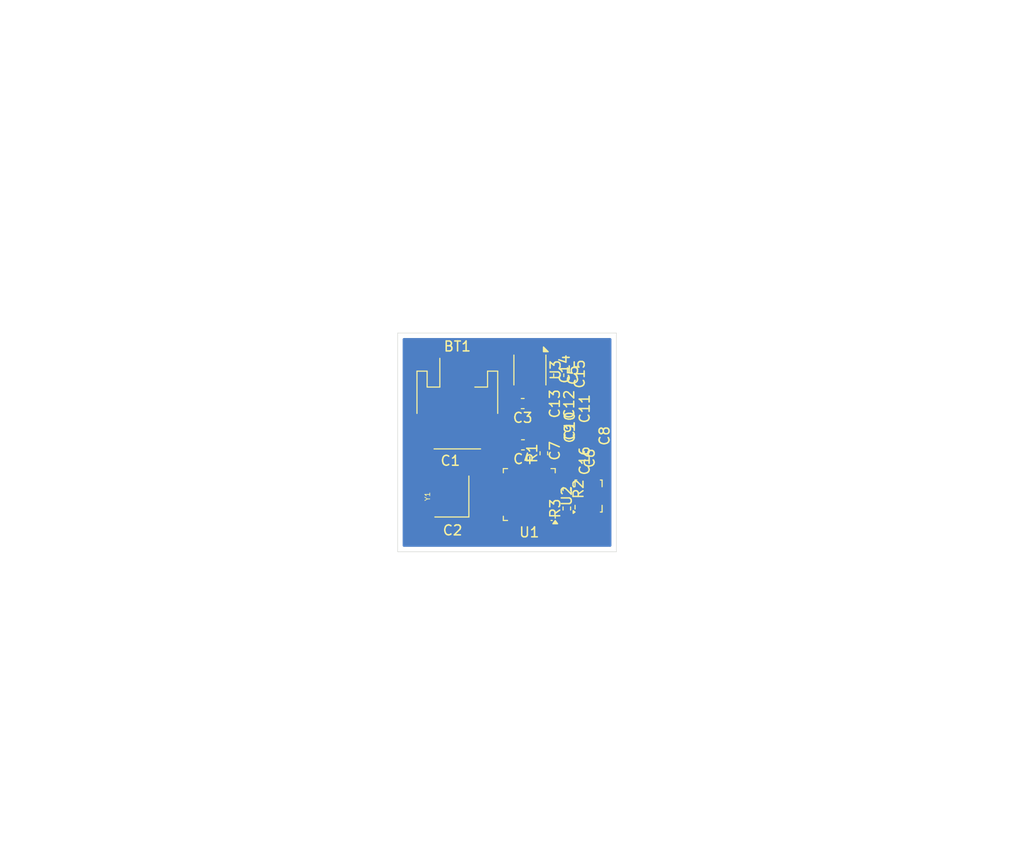
<source format=kicad_pcb>
(kicad_pcb (version 20241229) (generator "pcbnew") (generator_version "9.0")
  (layers (0 "F.Cu" signal) (2 "B.Cu" signal) (13 "F.Paste" user) (15 "B.Paste" user) (5 "F.SilkS" user "F.Silkscreen") (7 "B.SilkS" user "B.Silkscreen") (1 "F.Mask" user) (3 "B.Mask" user) (25 "Edge.Cuts" user))
  (net 0 "")
  (net 1 "Net-(U1-XC1)")
  (net 2 "GND")
  (net 8 "Net-(U1-DCC)")
  (net 18 "Net-(U1-AIN3{slash}P0.05)")
  (net 19 "Net-(U1-P0.18{slash}~{RESET})")
  (net 27 "Net-(U1-AIN2{slash}P0.04)")
  (net 28 "Net-(U1-XC2)")
  (net 36 "Net-(BT1-+)")
  (footprint "Capacitor_SMD:C_01005_0402Metric" (layer "F.Cu") (at 144.8 62.61631 90)
    (property "Reference" "C11" (at 0 -1 90) (layer "F.SilkS"))
    (property "Value" "0.1µF")
    (pad "1" smd roundrect (at -0.25 0 90) (size 0.4 0.3) (layers "F.Cu" "F.Mask") (net 8 "Net-(U1-DCC)"))
    (pad "2" smd roundrect (at 0.25 0 90) (size 0.4 0.3) (layers "F.Cu" "F.Mask") (net 2 "GND"))
  )
  (footprint "Capacitor_SMD:C_01005_0402Metric" (layer "F.Cu") (at 143.3 65.09131 90)
    (property "Reference" "C9" (at 0 -1 90) (layer "F.SilkS"))
    (property "Value" "0.1µF")
    (pad "1" smd roundrect (at -0.25 0 90) (size 0.4 0.3) (layers "F.Cu" "F.Mask") (net 8 "Net-(U1-DCC)"))
    (pad "2" smd roundrect (at 0.25 0 90) (size 0.4 0.3) (layers "F.Cu" "F.Mask") (net 2 "GND"))
  )
  (footprint "Package_DFN_QFN:DFN-6-1EP_3x3mm_P0.95mm_EP1.7x2.6mm" (layer "F.Cu") (at 138.3 58.71631 -90)
    (property "Reference" "U3" (at 0 -2.575 90) (layer "F.SilkS"))
    (property "Value" "LDO40LPU33RY")
    (fp_line (start -1.5 1.61) (end 1.5 1.61) (stroke (width 0.12)) (layer "F.SilkS"))
    (fp_line (start -1.5 -1.61) (end 1.5 -1.61) (stroke (width 0.12)) (layer "F.SilkS"))
    (fp_poly (pts (xy -1.84 -1.36) (xy -2.32 -1.36) (xy -1.84 -1.84) (xy -1.84 -1.36)) (stroke (width 0.12)) (fill yes) (layer "F.SilkS"))
    (pad "1" smd rect (at -1.34 -0.95 270) (size 0.63 0.45) (layers "F.Cu" "F.Mask" "F.Paste") (net 2 "GND"))
    (pad "2" smd rect (at -1.34 0 270) (size 0.63 0.45) (layers "F.Cu" "F.Mask" "F.Paste") (net 36 "Net-(BT1-+)"))
    (pad "3" smd rect (at -1.34 0.95 270) (size 0.63 0.45) (layers "F.Cu" "F.Mask" "F.Paste") (net 36 "Net-(BT1-+)"))
    (pad "4" smd rect (at 1.34 0.95 270) (size 0.63 0.45) (layers "F.Cu" "F.Mask" "F.Paste") (net 8 "Net-(U1-DCC)"))
    (pad "5" smd rect (at 1.34 0 270) (size 0.63 0.45) (layers "F.Cu" "F.Mask" "F.Paste") (net 8 "Net-(U1-DCC)"))
    (pad "6" smd rect (at 1.34 -0.95 270) (size 0.63 0.45) (layers "F.Cu" "F.Mask" "F.Paste"))
    (pad "7" smd rect (at 0 0 270) (size 1.7 2.6) (layers "F.Cu" "F.Mask") (net 2 "GND"))
  )
  (footprint "Capacitor_SMD:C_01005_0402Metric" (layer "F.Cu") (at 144.8 65.34131 -90)
    (property "Reference" "C8" (at 0 -1 90) (layer "F.SilkS"))
    (property "Value" "0.1µF")
    (pad "1" smd roundrect (at -0.25 0 270) (size 0.4 0.3) (layers "F.Cu" "F.Mask") (net 2 "GND"))
    (pad "2" smd roundrect (at 0.25 0 270) (size 0.4 0.3) (layers "F.Cu" "F.Mask") (net 8 "Net-(U1-DCC)"))
  )
  (footprint "Connector_JST:JST_PH_S2B-PH-SM4-TB_1x02-1MP_P2.00mm_Horizontal" (layer "F.Cu") (at 131 62.14131)
    (property "Reference" "BT1" (at 0 -5.8 0) (layer "F.SilkS"))
    (property "Value" "3.7V Ultra-Thin LiPo Battery")
    (fp_line (start -4.06 -3.31) (end -3.04 -3.31) (stroke (width 0.12)) (layer "F.SilkS"))
    (fp_line (start -4.06 0.94) (end -4.06 -3.31) (stroke (width 0.12)) (layer "F.SilkS"))
    (fp_line (start -3.04 -3.31) (end -3.04 -1.71) (stroke (width 0.12)) (layer "F.SilkS"))
    (fp_line (start -3.04 -1.71) (end -1.76 -1.71) (stroke (width 0.12)) (layer "F.SilkS"))
    (fp_line (start -2.34 4.51) (end 2.34 4.51) (stroke (width 0.12)) (layer "F.SilkS"))
    (fp_line (start -1.76 -1.71) (end -1.76 -4.6) (stroke (width 0.12)) (layer "F.SilkS"))
    (fp_line (start 3.04 -3.31) (end 3.04 -1.71) (stroke (width 0.12)) (layer "F.SilkS"))
    (fp_line (start 3.04 -1.71) (end 1.76 -1.71) (stroke (width 0.12)) (layer "F.SilkS"))
    (fp_line (start 4.06 -3.31) (end 3.04 -3.31) (stroke (width 0.12)) (layer "F.SilkS"))
    (fp_line (start 4.06 0.94) (end 4.06 -3.31) (stroke (width 0.12)) (layer "F.SilkS"))
    (pad "1" smd roundrect (at -1 -2.85) (size 1 3.5) (layers "F.Cu" "F.Mask" "F.Paste") (net 36 "Net-(BT1-+)"))
    (pad "2" smd roundrect (at 1 -2.85) (size 1 3.5) (layers "F.Cu" "F.Mask" "F.Paste") (net 2 "GND"))
    (pad "MP" smd roundrect (at -3.35 2.9) (size 1.5 3.4) (layers "F.Cu" "F.Mask" "F.Paste") (roundrect_rratio 0.166667))
    (pad "MP" smd roundrect (at 3.35 2.9) (size 1.5 3.4) (layers "F.Cu" "F.Mask" "F.Paste") (roundrect_rratio 0.166667))
  )
  (footprint "Capacitor_SMD:C_01005_0402Metric" (layer "F.Cu") (at 144.3 59.11631 90)
    (property "Reference" "C15" (at 0 -1 90) (layer "F.SilkS"))
    (property "Value" "0.1µF")
    (pad "1" smd roundrect (at -0.25 0 90) (size 0.4 0.3) (layers "F.Cu" "F.Mask") (net 8 "Net-(U1-DCC)"))
    (pad "2" smd roundrect (at 0.25 0 90) (size 0.4 0.3) (layers "F.Cu" "F.Mask") (net 2 "GND"))
  )
  (footprint "Capacitor_SMD:C_01005_0402Metric" (layer "F.Cu") (at 144.8 67.84131 90)
    (property "Reference" "C16" (at 0 -1 90) (layer "F.SilkS"))
    (property "Value" "0.1µF")
    (pad "1" smd roundrect (at -0.25 0 90) (size 0.4 0.3) (layers "F.Cu" "F.Mask") (net 8 "Net-(U1-DCC)"))
    (pad "2" smd roundrect (at 0.25 0 90) (size 0.4 0.3) (layers "F.Cu" "F.Mask") (net 2 "GND"))
  )
  (footprint "Resistor_SMD:R_0402_1005Metric" (layer "F.Cu") (at 139.7 67.09131 90)
    (property "Reference" "R1" (at 0 -1.17 90) (layer "F.SilkS"))
    (property "Value" "10kΩ")
    (fp_line (start -0.153641 -0.38) (end 0.153641 -0.38) (stroke (width 0.12)) (layer "F.SilkS"))
    (fp_line (start -0.153641 0.38) (end 0.153641 0.38) (stroke (width 0.12)) (layer "F.SilkS"))
    (pad "1" smd roundrect (at -0.51 0 90) (size 0.54 0.64) (layers "F.Cu" "F.Mask" "F.Paste") (net 19 "Net-(U1-P0.18{slash}~{RESET})"))
    (pad "2" smd roundrect (at 0.51 0 90) (size 0.54 0.64) (layers "F.Cu" "F.Mask" "F.Paste") (net 8 "Net-(U1-DCC)"))
  )
  (footprint "Capacitor_SMD:C_0603_1608Metric" (layer "F.Cu") (at 141.2 59.24131 -90)
    (property "Reference" "C5" (at 0 -1.43 90) (layer "F.SilkS"))
    (property "Value" "1µF")
    (fp_line (start -0.14058 0.51) (end 0.14058 0.51) (stroke (width 0.12)) (layer "F.SilkS"))
    (fp_line (start -0.14058 -0.51) (end 0.14058 -0.51) (stroke (width 0.12)) (layer "F.SilkS"))
    (pad "1" smd roundrect (at -0.775 0 270) (size 0.9 0.95) (layers "F.Cu" "F.Mask" "F.Paste") (net 2 "GND"))
    (pad "2" smd roundrect (at 0.775 0 270) (size 0.9 0.95) (layers "F.Cu" "F.Mask" "F.Paste") (net 8 "Net-(U1-DCC)"))
  )
  (footprint "Crystal:Crystal_SMD_3225-4Pin_3.2x2.5mm" (layer "F.Cu") (at 130.45 71.44131 90)
    (property "Reference" "Y1" (at 0 -2.45 90) (layer "F.SilkS") (effects (font (size 0.5 0.5) (thickness 0.075))))
    (property "Value" "32MHz")
    (fp_line (start -2.06 -1.71) (end -2.06 1.71) (stroke (width 0.12)) (layer "F.SilkS"))
    (fp_line (start -2.06 1.71) (end 2.06 1.71) (stroke (width 0.12)) (layer "F.SilkS"))
    (pad "1" smd roundrect (at -1.1 0.85 90) (size 1.4 1.2) (layers "F.Cu" "F.Mask" "F.Paste") (roundrect_rratio 0.208333) (net 28 "Net-(U1-XC2)"))
    (pad "2" smd roundrect (at 1.1 0.85 90) (size 1.4 1.2) (layers "F.Cu" "F.Mask" "F.Paste") (roundrect_rratio 0.208333) (net 1 "Net-(U1-XC1)"))
    (pad "3" smd roundrect (at 1.1 -0.85 90) (size 1.4 1.2) (layers "F.Cu" "F.Mask" "F.Paste") (roundrect_rratio 0.208333) (net 2 "GND"))
    (pad "4" smd roundrect (at -1.1 -0.85 90) (size 1.4 1.2) (layers "F.Cu" "F.Mask" "F.Paste") (roundrect_rratio 0.208333) (net 2 "GND"))
  )
  (footprint "Capacitor_SMD:C_01005_0402Metric" (layer "F.Cu") (at 141.3 64.34131 -90)
    (property "Reference" "C10" (at 0 -1 90) (layer "F.SilkS"))
    (property "Value" "0.1µF")
    (pad "1" smd roundrect (at -0.25 0 270) (size 0.4 0.3) (layers "F.Cu" "F.Mask") (net 2 "GND"))
    (pad "2" smd roundrect (at 0.25 0 270) (size 0.4 0.3) (layers "F.Cu" "F.Mask") (net 8 "Net-(U1-DCC)"))
  )
  (footprint "Capacitor_SMD:C_01005_0402Metric" (layer "F.Cu") (at 143.25 62.16631 90)
    (property "Reference" "C12" (at 0 -1 90) (layer "F.SilkS"))
    (property "Value" "0.1µF")
    (pad "1" smd roundrect (at -0.25 0 90) (size 0.4 0.3) (layers "F.Cu" "F.Mask") (net 8 "Net-(U1-DCC)"))
    (pad "2" smd roundrect (at 0.25 0 90) (size 0.4 0.3) (layers "F.Cu" "F.Mask") (net 2 "GND"))
  )
  (footprint "Capacitor_SMD:C_01005_0402Metric" (layer "F.Cu") (at 142.8 58.61631 90)
    (property "Reference" "C14" (at 0 -1 90) (layer "F.SilkS"))
    (property "Value" "0.1µF")
    (pad "1" smd roundrect (at -0.25 0 90) (size 0.4 0.3) (layers "F.Cu" "F.Mask") (net 8 "Net-(U1-DCC)"))
    (pad "2" smd roundrect (at 0.25 0 90) (size 0.4 0.3) (layers "F.Cu" "F.Mask") (net 2 "GND"))
  )
  (footprint "Resistor_SMD:R_0402_1005Metric" (layer "F.Cu") (at 142.0125 70.69131 -90)
    (property "Reference" "R2" (at 0 -1.17 90) (layer "F.SilkS"))
    (property "Value" "4.7kΩ")
    (fp_line (start -0.153641 0.38) (end 0.153641 0.38) (stroke (width 0.12)) (layer "F.SilkS"))
    (fp_line (start -0.153641 -0.38) (end 0.153641 -0.38) (stroke (width 0.12)) (layer "F.SilkS"))
    (pad "1" smd roundrect (at -0.51 0 270) (size 0.54 0.64) (layers "F.Cu" "F.Mask" "F.Paste") (net 8 "Net-(U1-DCC)"))
    (pad "2" smd roundrect (at 0.51 0 270) (size 0.54 0.64) (layers "F.Cu" "F.Mask" "F.Paste") (net 18 "Net-(U1-AIN3{slash}P0.05)"))
  )
  (footprint "Capacitor_SMD:C_01005_0402Metric" (layer "F.Cu") (at 141.8 66.84131 90)
    (property "Reference" "C7" (at 0 -1 90) (layer "F.SilkS"))
    (property "Value" "0.1µF")
    (pad "1" smd roundrect (at -0.25 0 90) (size 0.4 0.3) (layers "F.Cu" "F.Mask") (net 8 "Net-(U1-DCC)"))
    (pad "2" smd roundrect (at 0.25 0 90) (size 0.4 0.3) (layers "F.Cu" "F.Mask") (net 2 "GND"))
  )
  (footprint "Capacitor_SMD:C_0603_1608Metric" (layer "F.Cu") (at 137.575 62.09131 180)
    (property "Reference" "C3" (at 0 -1.43 0) (layer "F.SilkS"))
    (property "Value" "1µF")
    (fp_line (start -0.14058 0.51) (end 0.14058 0.51) (stroke (width 0.12)) (layer "F.SilkS"))
    (fp_line (start -0.14058 -0.51) (end 0.14058 -0.51) (stroke (width 0.12)) (layer "F.SilkS"))
    (pad "1" smd roundrect (at -0.775 0 180) (size 0.9 0.95) (layers "F.Cu" "F.Mask" "F.Paste") (net 2 "GND"))
    (pad "2" smd roundrect (at 0.775 0 180) (size 0.9 0.95) (layers "F.Cu" "F.Mask" "F.Paste") (net 36 "Net-(BT1-+)"))
  )
  (footprint "Capacitor_SMD:C_01005_0402Metric" (layer "F.Cu") (at 130.525 73.84131 180)
    (property "Reference" "C2" (at 0 -1 0) (layer "F.SilkS"))
    (property "Value" "18pF")
    (pad "1" smd roundrect (at -0.25 0 180) (size 0.4 0.3) (layers "F.Cu" "F.Mask") (net 28 "Net-(U1-XC2)"))
    (pad "2" smd roundrect (at 0.25 0 180) (size 0.4 0.3) (layers "F.Cu" "F.Mask") (net 2 "GND"))
  )
  (footprint "Capacitor_SMD:C_0603_1608Metric" (layer "F.Cu") (at 137.6 66.24131 180)
    (property "Reference" "C4" (at 0 -1.43 0) (layer "F.SilkS"))
    (property "Value" "10µF")
    (fp_line (start -0.14058 0.51) (end 0.14058 0.51) (stroke (width 0.12)) (layer "F.SilkS"))
    (fp_line (start -0.14058 -0.51) (end 0.14058 -0.51) (stroke (width 0.12)) (layer "F.SilkS"))
    (pad "1" smd roundrect (at -0.775 0 180) (size 0.9 0.95) (layers "F.Cu" "F.Mask" "F.Paste") (net 2 "GND"))
    (pad "2" smd roundrect (at 0.775 0 180) (size 0.9 0.95) (layers "F.Cu" "F.Mask" "F.Paste") (net 36 "Net-(BT1-+)"))
  )
  (footprint "Capacitor_SMD:C_01005_0402Metric" (layer "F.Cu") (at 141.8 62.11631 90)
    (property "Reference" "C13" (at 0 -1 90) (layer "F.SilkS"))
    (property "Value" "0.1µF")
    (pad "1" smd roundrect (at -0.25 0 90) (size 0.4 0.3) (layers "F.Cu" "F.Mask") (net 8 "Net-(U1-DCC)"))
    (pad "2" smd roundrect (at 0.25 0 90) (size 0.4 0.3) (layers "F.Cu" "F.Mask") (net 2 "GND"))
  )
  (footprint "Package_LGA:LGA-14_3x2.5mm_P0.5mm_LayoutBorder3x4y" (layer "F.Cu") (at 144.2 71.39131 90)
    (property "Reference" "U2" (at 0 -2.2 90) (layer "F.SilkS"))
    (property "Value" "LSM6DS3")
    (fp_line (start 1.61 -1.36) (end 1.61 -1.185) (stroke (width 0.12)) (layer "F.SilkS"))
    (fp_line (start 0.935 -1.36) (end 1.61 -1.36) (stroke (width 0.12)) (layer "F.SilkS"))
    (fp_line (start -0.935 -1.36) (end -1.31 -1.36) (stroke (width 0.12)) (layer "F.SilkS"))
    (fp_line (start 1.61 1.36) (end 1.61 1.185) (stroke (width 0.12)) (layer "F.SilkS"))
    (fp_line (start 0.935 1.36) (end 1.61 1.36) (stroke (width 0.12)) (layer "F.SilkS"))
    (fp_line (start -0.935 1.36) (end -1.61 1.36) (stroke (width 0.12)) (layer "F.SilkS"))
    (fp_line (start -1.61 1.36) (end -1.61 1.185) (stroke (width 0.12)) (layer "F.SilkS"))
    (fp_poly (pts (xy -1.61 -1.36) (xy -1.75 -1.55) (xy -1.47 -1.55)) (stroke (width 0.12)) (fill yes) (layer "F.SilkS"))
    (pad "1" smd roundrect (at -1.1625 -0.75 90) (size 0.625 0.35) (layers "F.Cu" "F.Mask" "F.Paste"))
    (pad "2" smd roundrect (at -1.1625 -0.25 90) (size 0.625 0.35) (layers "F.Cu" "F.Mask" "F.Paste"))
    (pad "3" smd roundrect (at -1.1625 0.25 90) (size 0.625 0.35) (layers "F.Cu" "F.Mask" "F.Paste") (net 8 "Net-(U1-DCC)"))
    (pad "4" smd roundrect (at -1.1625 0.75 90) (size 0.625 0.35) (layers "F.Cu" "F.Mask" "F.Paste"))
    (pad "5" smd roundrect (at -0.5 0.9125 90) (size 0.35 0.625) (layers "F.Cu" "F.Mask" "F.Paste") (net 2 "GND"))
    (pad "6" smd roundrect (at 0 0.9125 90) (size 0.35 0.625) (layers "F.Cu" "F.Mask" "F.Paste") (net 2 "GND"))
    (pad "7" smd roundrect (at 0.5 0.9125 90) (size 0.35 0.625) (layers "F.Cu" "F.Mask" "F.Paste") (net 8 "Net-(U1-DCC)"))
    (pad "8" smd roundrect (at 1.1625 0.75 90) (size 0.625 0.35) (layers "F.Cu" "F.Mask" "F.Paste") (net 8 "Net-(U1-DCC)"))
    (pad "9" smd roundrect (at 1.1625 0.25 90) (size 0.625 0.35) (layers "F.Cu" "F.Mask" "F.Paste"))
    (pad "10" smd roundrect (at 1.1625 -0.25 90) (size 0.625 0.35) (layers "F.Cu" "F.Mask" "F.Paste"))
    (pad "11" smd roundrect (at 1.1625 -0.75 90) (size 0.625 0.35) (layers "F.Cu" "F.Mask" "F.Paste"))
    (pad "12" smd roundrect (at 0.5 -0.9125 90) (size 0.35 0.625) (layers "F.Cu" "F.Mask" "F.Paste"))
    (pad "13" smd roundrect (at 0 -0.9125 90) (size 0.35 0.625) (layers "F.Cu" "F.Mask" "F.Paste") (net 18 "Net-(U1-AIN3{slash}P0.05)"))
    (pad "14" smd roundrect (at -0.5 -0.9125 90) (size 0.35 0.625) (layers "F.Cu" "F.Mask" "F.Paste") (net 27 "Net-(U1-AIN2{slash}P0.04)"))
  )
  (footprint "Resistor_SMD:R_0402_1005Metric" (layer "F.Cu") (at 142.0125 72.64131 90)
    (property "Reference" "R3" (at 0 -1.17 90) (layer "F.SilkS"))
    (property "Value" "4.7kΩ")
    (fp_line (start -0.153641 -0.38) (end 0.153641 -0.38) (stroke (width 0.12)) (layer "F.SilkS"))
    (fp_line (start -0.153641 0.38) (end 0.153641 0.38) (stroke (width 0.12)) (layer "F.SilkS"))
    (pad "1" smd roundrect (at -0.51 0 90) (size 0.54 0.64) (layers "F.Cu" "F.Mask" "F.Paste") (net 8 "Net-(U1-DCC)"))
    (pad "2" smd roundrect (at 0.51 0 90) (size 0.54 0.64) (layers "F.Cu" "F.Mask" "F.Paste") (net 27 "Net-(U1-AIN2{slash}P0.04)"))
  )
  (footprint "Package_DFN_QFN:QFN-40-1EP_5x5mm_P0.4mm_EP3.6x3.6mm" (layer "F.Cu") (at 138.2375 71.24131 180)
    (property "Reference" "U1" (at 0 -3.8 0) (layer "F.SilkS"))
    (property "Value" "nRF52820-QDxx")
    (fp_line (start 2.61 2.61) (end 2.61 2.185) (stroke (width 0.12)) (layer "F.SilkS"))
    (fp_line (start 2.61 -2.61) (end 2.61 -2.185) (stroke (width 0.12)) (layer "F.SilkS"))
    (fp_line (start 2.185 2.61) (end 2.61 2.61) (stroke (width 0.12)) (layer "F.SilkS"))
    (fp_line (start 2.185 -2.61) (end 2.61 -2.61) (stroke (width 0.12)) (layer "F.SilkS"))
    (fp_line (start -2.185 2.61) (end -2.61 2.61) (stroke (width 0.12)) (layer "F.SilkS"))
    (fp_line (start -2.185 -2.61) (end -2.31 -2.61) (stroke (width 0.12)) (layer "F.SilkS"))
    (fp_line (start -2.61 2.61) (end -2.61 2.185) (stroke (width 0.12)) (layer "F.SilkS"))
    (fp_line (start -2.61 -2.185) (end -2.61 -2.37) (stroke (width 0.12)) (layer "F.SilkS"))
    (fp_poly (pts (xy -2.61 -2.61) (xy -2.85 -2.94) (xy -2.37 -2.94)) (stroke (width 0.12)) (fill yes) (layer "F.SilkS"))
    (pad "1" smd roundrect (at -2.4375 -1.8 180) (size 0.825 0.25) (layers "F.Cu" "F.Mask" "F.Paste") (net 8 "Net-(U1-DCC)"))
    (pad "2" smd roundrect (at -2.4375 -1.4 180) (size 0.825 0.25) (layers "F.Cu" "F.Mask" "F.Paste"))
    (pad "3" smd roundrect (at -2.4375 -1 180) (size 0.825 0.25) (layers "F.Cu" "F.Mask" "F.Paste"))
    (pad "4" smd roundrect (at -2.4375 -0.6 180) (size 0.825 0.25) (layers "F.Cu" "F.Mask" "F.Paste") (net 27 "Net-(U1-AIN2{slash}P0.04)"))
    (pad "5" smd roundrect (at -2.4375 -0.2 180) (size 0.825 0.25) (layers "F.Cu" "F.Mask" "F.Paste") (net 18 "Net-(U1-AIN3{slash}P0.05)"))
    (pad "6" smd roundrect (at -2.4375 0.2 180) (size 0.825 0.25) (layers "F.Cu" "F.Mask" "F.Paste"))
    (pad "7" smd roundrect (at -2.4375 0.6 180) (size 0.825 0.25) (layers "F.Cu" "F.Mask" "F.Paste"))
    (pad "8" smd roundrect (at -2.4375 1 180) (size 0.825 0.25) (layers "F.Cu" "F.Mask" "F.Paste") (net 8 "Net-(U1-DCC)"))
    (pad "9" smd roundrect (at -2.4375 1.4 180) (size 0.825 0.25) (layers "F.Cu" "F.Mask" "F.Paste"))
    (pad "10" smd roundrect (at -2.4375 1.8 180) (size 0.825 0.25) (layers "F.Cu" "F.Mask" "F.Paste"))
    (pad "11" smd roundrect (at -1.8 2.4375 180) (size 0.25 0.825) (layers "F.Cu" "F.Mask" "F.Paste") (net 8 "Net-(U1-DCC)"))
    (pad "12" smd roundrect (at -1.4 2.4375 180) (size 0.25 0.825) (layers "F.Cu" "F.Mask" "F.Paste"))
    (pad "13" smd roundrect (at -1 2.4375 180) (size 0.25 0.825) (layers "F.Cu" "F.Mask" "F.Paste"))
    (pad "14" smd roundrect (at -0.6 2.4375 180) (size 0.25 0.825) (layers "F.Cu" "F.Mask" "F.Paste"))
    (pad "15" smd roundrect (at -0.2 2.4375 180) (size 0.25 0.825) (layers "F.Cu" "F.Mask" "F.Paste"))
    (pad "16" smd roundrect (at 0.2 2.4375 180) (size 0.25 0.825) (layers "F.Cu" "F.Mask" "F.Paste") (net 19 "Net-(U1-P0.18{slash}~{RESET})"))
    (pad "17" smd roundrect (at 0.6 2.4375 180) (size 0.25 0.825) (layers "F.Cu" "F.Mask" "F.Paste"))
    (pad "18" smd roundrect (at 1 2.4375 180) (size 0.25 0.825) (layers "F.Cu" "F.Mask" "F.Paste") (net 8 "Net-(U1-DCC)"))
    (pad "19" smd roundrect (at 1.4 2.4375 180) (size 0.25 0.825) (layers "F.Cu" "F.Mask" "F.Paste"))
    (pad "20" smd roundrect (at 1.8 2.4375 180) (size 0.25 0.825) (layers "F.Cu" "F.Mask" "F.Paste"))
    (pad "21" smd roundrect (at 2.4375 1.8 180) (size 0.825 0.25) (layers "F.Cu" "F.Mask" "F.Paste") (net 8 "Net-(U1-DCC)"))
    (pad "22" smd roundrect (at 2.4375 1.4 180) (size 0.825 0.25) (layers "F.Cu" "F.Mask" "F.Paste"))
    (pad "23" smd roundrect (at 2.4375 1 180) (size 0.825 0.25) (layers "F.Cu" "F.Mask" "F.Paste"))
    (pad "24" smd roundrect (at 2.4375 0.6 180) (size 0.825 0.25) (layers "F.Cu" "F.Mask" "F.Paste"))
    (pad "25" smd roundrect (at 2.4375 0.2 180) (size 0.825 0.25) (layers "F.Cu" "F.Mask" "F.Paste") (net 8 "Net-(U1-DCC)"))
    (pad "26" smd roundrect (at 2.4375 -0.2 180) (size 0.825 0.25) (layers "F.Cu" "F.Mask" "F.Paste") (net 8 "Net-(U1-DCC)"))
    (pad "27" smd roundrect (at 2.4375 -0.6 180) (size 0.825 0.25) (layers "F.Cu" "F.Mask" "F.Paste") (net 1 "Net-(U1-XC1)"))
    (pad "28" smd roundrect (at 2.4375 -1 180) (size 0.825 0.25) (layers "F.Cu" "F.Mask" "F.Paste") (net 2 "GND"))
    (pad "29" smd roundrect (at 2.4375 -1.4 180) (size 0.825 0.25) (layers "F.Cu" "F.Mask" "F.Paste") (net 28 "Net-(U1-XC2)"))
    (pad "30" smd roundrect (at 2.4375 -1.8 180) (size 0.825 0.25) (layers "F.Cu" "F.Mask" "F.Paste") (net 8 "Net-(U1-DCC)"))
    (pad "31" smd roundrect (at 1.8 -2.4375 180) (size 0.25 0.825) (layers "F.Cu" "F.Mask" "F.Paste"))
    (pad "32" smd roundrect (at 1.4 -2.4375 180) (size 0.25 0.825) (layers "F.Cu" "F.Mask" "F.Paste"))
    (pad "33" smd roundrect (at 1 -2.4375 180) (size 0.25 0.825) (layers "F.Cu" "F.Mask" "F.Paste"))
    (pad "34" smd roundrect (at 0.6 -2.4375 180) (size 0.25 0.825) (layers "F.Cu" "F.Mask" "F.Paste"))
    (pad "35" smd roundrect (at 0.2 -2.4375 180) (size 0.25 0.825) (layers "F.Cu" "F.Mask" "F.Paste"))
    (pad "36" smd roundrect (at -0.2 -2.4375 180) (size 0.25 0.825) (layers "F.Cu" "F.Mask" "F.Paste"))
    (pad "37" smd roundrect (at -0.6 -2.4375 180) (size 0.25 0.825) (layers "F.Cu" "F.Mask" "F.Paste") (net 2 "GND"))
    (pad "38" smd roundrect (at -1 -2.4375 180) (size 0.25 0.825) (layers "F.Cu" "F.Mask" "F.Paste") (net 8 "Net-(U1-DCC)"))
    (pad "39" smd roundrect (at -1.4 -2.4375 180) (size 0.25 0.825) (layers "F.Cu" "F.Mask" "F.Paste") (net 8 "Net-(U1-DCC)"))
    (pad "40" smd roundrect (at -1.8 -2.4375 180) (size 0.25 0.825) (layers "F.Cu" "F.Mask" "F.Paste") (net 8 "Net-(U1-DCC)"))
    (pad "41" smd rect (at 0 0 180) (size 3.6 3.6) (property pad_prop_heatsink) (layers "F.Cu" "F.Mask") (net 2 "GND"))
  )
  (footprint "Capacitor_SMD:C_01005_0402Metric" (layer "F.Cu") (at 130.3 68.84131)
    (property "Reference" "C1" (at 0 -1 0) (layer "F.SilkS"))
    (property "Value" "18pF")
    (pad "1" smd roundrect (at -0.25 0) (size 0.4 0.3) (layers "F.Cu" "F.Mask") (net 2 "GND"))
    (pad "2" smd roundrect (at 0.25 0) (size 0.4 0.3) (layers "F.Cu" "F.Mask") (net 1 "Net-(U1-XC1)"))
  )
  (footprint "Capacitor_SMD:C_01005_0402Metric" (layer "F.Cu") (at 143.3 67.59131 -90)
    (property "Reference" "C6" (at 0 -1 90) (layer "F.SilkS"))
    (property "Value" "0.1µF")
    (pad "1" smd roundrect (at -0.25 0 270) (size 0.4 0.3) (layers "F.Cu" "F.Mask") (net 2 "GND"))
    (pad "2" smd roundrect (at 0.25 0 270) (size 0.4 0.3) (layers "F.Cu" "F.Mask") (net 8 "Net-(U1-DCC)"))
  )
  (gr_line (start 125 55) (end 125 77) (stroke (width 0.05)) (layer "Edge.Cuts"))
  (gr_line (start 147 77) (end 147 55) (stroke (width 0.05)) (layer "Edge.Cuts"))
  (gr_line (start 125 77) (end 147 77) (stroke (width 0.05)) (layer "Edge.Cuts"))
  (gr_line (start 147 55) (end 125 55) (stroke (width 0.05)) (layer "Edge.Cuts"))
  (segment (start 133.8 70.34131) (end 131.3 70.34131) (width 0.2) (layer "F.Cu") (net 1))
  (segment (start 130.55 69.59131) (end 131.3 70.34131) (width 0.2) (layer "F.Cu") (net 1))
  (segment (start 135.8 71.84131) (end 135.3 71.84131) (width 0.2) (layer "F.Cu") (net 1))
  (segment (start 130.55 68.84131) (end 130.55 69.59131) (width 0.2) (layer "F.Cu") (net 1))
  (segment (start 135.3 71.84131) (end 133.8 70.34131) (width 0.2) (layer "F.Cu") (net 1))
  (segment (start 135.8 72.24131) (end 135.215122 72.24131) (width 0.2) (layer "F.Cu") (net 2))
  (segment (start 144.8 65.09131) (end 145.05 65.09131) (width 0.2) (layer "F.Cu") (net 2))
  (segment (start 139.25 57.37631) (end 140.11 57.37631) (width 0.2) (layer "F.Cu") (net 2))
  (segment (start 144.8 67.59131) (end 144.549 67.34031) (width 0.2) (layer "F.Cu") (net 2))
  (segment (start 144.549 64.84031) (end 143.3 64.84031) (width 0.2) (layer "F.Cu") (net 2))
  (segment (start 129.656262 61.34231) (end 129.299 60.985048) (width 0.2) (layer "F.Cu") (net 2))
  (segment (start 132 59.29131) (end 132 61.04131) (width 0.2) (layer "F.Cu") (net 2))
  (segment (start 136 66.5) (end 136.41731 66.91731) (width 0.2) (layer "F.Cu") (net 2))
  (segment (start 145.726 71.142158) (end 145.726 67.26731) (width 0.2) (layer "F.Cu") (net 2))
  (segment (start 141.301 58.36531) (end 143.799 58.36531) (width 0.2) (layer "F.Cu") (net 2))
  (segment (start 146 75) (end 146 72.77881) (width 0.2) (layer "F.Cu") (net 2))
  (segment (start 132 59.29131) (end 132.575 58.71631) (width 0.2) (layer "F.Cu") (net 2))
  (segment (start 142.549 66.59031) (end 141.8 66.59031) (width 0.2) (layer "F.Cu") (net 2))
  (segment (start 134.614122 71.64031) (end 130.501 71.64031) (width 0.2) (layer "F.Cu") (net 2))
  (segment (start 129.6 72.54131) (end 129.6 70.34131) (width 0.2) (layer "F.Cu") (net 2))
  (segment (start 139.25 57.76631) (end 138.3 58.71631) (width 0.2) (layer "F.Cu") (net 2))
  (segment (start 136.41731 66.91731) (end 137.699 66.91731) (width 0.2) (layer "F.Cu") (net 2))
  (segment (start 138.375 66.24131) (end 138.375 61.71631) (width 0.2) (layer "F.Cu") (net 2))
  (segment (start 129.831 56.86031) (end 138.734 56.86031) (width 0.2) (layer "F.Cu") (net 2))
  (segment (start 129.6 70.34131) (end 129.6 69.29131) (width 0.2) (layer "F.Cu") (net 2))
  (segment (start 138.804601 71.61731) (end 138.817101 71.61731) (width 0.2) (layer "F.Cu") (net 2))
  (segment (start 144.775 58.86631) (end 144.8 58.84131) (width 0.2) (layer "F.Cu") (net 2))
  (segment (start 145.476848 71.39131) (end 145.726 71.142158) (width 0.2) (layer "F.Cu") (net 2))
  (segment (start 135.8 72.24131) (end 137.2375 72.24131) (width 0.2) (layer "F.Cu") (net 2))
  (segment (start 138.734 56.86031) (end 139.25 57.37631) (width 0.2) (layer "F.Cu") (net 2))
  (segment (start 143.3 64.84131) (end 142.549 64.09031) (width 0.2) (layer "F.Cu") (net 2))
  (segment (start 129.656262 61.34231) (end 131.699 61.34231) (width 0.2) (layer "F.Cu") (net 2))
  (segment (start 129.6 69.29131) (end 130.05 68.84131) (width 0.2) (layer "F.Cu") (net 2))
  (segment (start 139.720513 75) (end 146 75) (width 0.2) (layer "F.Cu") (net 2))
  (segment (start 142.549 64.09031) (end 141.3 64.09031) (width 0.2) (layer "F.Cu") (net 2))
  (segment (start 144.8 65.09131) (end 144.549 64.84031) (width 0.2) (layer "F.Cu") (net 2))
  (segment (start 144.549 67.34031) (end 143.3 67.34031) (width 0.2) (layer "F.Cu") (net 2))
  (segment (start 131.699 61.34231) (end 132 61.04131) (width 0.2) (layer "F.Cu") (net 2))
  (segment (start 137.2375 72.24131) (end 138.2375 71.24131) (width 0.2) (layer "F.Cu") (net 2))
  (segment (start 135.975 58.71631) (end 136 58.69131) (width 0.2) (layer "F.Cu") (net 2))
  (segment (start 132.575 58.71631) (end 135.975 58.71631) (width 0.2) (layer "F.Cu") (net 2))
  (segment (start 129.299 60.985048) (end 129.299 57.39231) (width 0.2) (layer "F.Cu") (net 2))
  (segment (start 145.3 66.84131) (end 145.3 67.09131) (width 0.2) (layer "F.Cu") (net 2))
  (segment (start 145.3 64.84131) (end 145.3 66.84131) (width 0.2) (layer "F.Cu") (net 2))
  (segment (start 145.726 67.26731) (end 145.3 66.84131) (width 0.2) (layer "F.Cu") (net 2))
  (segment (start 130.275 73.21631) (end 129.6 72.54131) (width 0.2) (layer "F.Cu") (net 2))
  (segment (start 145.1125 71.39131) (end 145.476848 71.39131) (width 0.2) (layer "F.Cu") (net 2))
  (segment (start 145.3 67.09131) (end 144.8 67.59131) (width 0.2) (layer "F.Cu") (net 2))
  (segment (start 138.8375 74.116987) (end 139.720513 75) (width 0.2) (layer "F.Cu") (net 2))
  (segment (start 136 58.69131) (end 136 66.5) (width 0.2) (layer "F.Cu") (net 2))
  (segment (start 143.3 67.34131) (end 142.549 66.59031) (width 0.2) (layer "F.Cu") (net 2))
  (segment (start 141.2 58.46631) (end 141.301 58.36531) (width 0.2) (layer "F.Cu") (net 2))
  (segment (start 144.3 61.86631) (end 144.8 62.36631) (width 0.2) (layer "F.Cu") (net 2))
  (segment (start 145.033824 62.36631) (end 144.8 62.36631) (width 0.2) (layer "F.Cu") (net 2))
  (segment (start 144.3 58.86631) (end 144.775 58.86631) (width 0.2) (layer "F.Cu") (net 2))
  (segment (start 141.8 61.86631) (end 144.3 61.86631) (width 0.2) (layer "F.Cu") (net 2))
  (segment (start 138.8615 71.91531) (end 138.8615 74.017309) (width 0.2) (layer "F.Cu") (net 2))
  (segment (start 139.25 57.37631) (end 139.25 57.76631) (width 0.2) (layer "F.Cu") (net 2))
  (segment (start 138.1875 71.24131) (end 138.8615 71.91531) (width 0.2) (layer "F.Cu") (net 2))
  (segment (start 140.11 57.37631) (end 141.2 58.46631) (width 0.2) (layer "F.Cu") (net 2))
  (segment (start 130.275 73.84131) (end 130.275 73.21631) (width 0.2) (layer "F.Cu") (net 2))
  (segment (start 137.699 66.91731) (end 138.375 66.24131) (width 0.2) (layer "F.Cu") (net 2))
  (segment (start 138.8375 73.67881) (end 138.8375 74.116987) (width 0.2) (layer "F.Cu") (net 2))
  (segment (start 145.3 62.632486) (end 145.033824 62.36631) (width 0.2) (layer "F.Cu") (net 2))
  (segment (start 130.501 71.64031) (end 129.6 72.54131) (width 0.2) (layer "F.Cu") (net 2))
  (segment (start 146 72.77881) (end 145.1125 71.89131) (width 0.2) (layer "F.Cu") (net 2))
  (segment (start 135.215122 72.24131) (end 134.614122 71.64031) (width 0.2) (layer "F.Cu") (net 2))
  (segment (start 145.1125 71.89131) (end 145.1125 71.39131) (width 0.2) (layer "F.Cu") (net 2))
  (segment (start 145.05 65.09131) (end 145.3 64.84131) (width 0.2) (layer "F.Cu") (net 2))
  (segment (start 144.8 58.84131) (end 144.8 62.36631) (width 0.2) (layer "F.Cu") (net 2))
  (segment (start 145.3 64.84131) (end 145.3 62.632486) (width 0.2) (layer "F.Cu") (net 2))
  (segment (start 129.299 57.39231) (end 129.831 56.86031) (width 0.2) (layer "F.Cu") (net 2))
  (segment (start 143.799 58.36531) (end 144.3 58.86631) (width 0.2) (layer "F.Cu") (net 2))
  (segment (start 144.8 68.09131) (end 143.55 68.09131) (width 0.2) (layer "F.Cu") (net 8))
  (segment (start 143.701 62.86731) (end 144.8 62.86731) (width 0.2) (layer "F.Cu") (net 8))
  (segment (start 138.315 60.05631) (end 138.3 60.05631) (width 0.2) (layer "F.Cu") (net 8))
  (segment (start 144.95 70.72881) (end 145.1125 70.89131) (width 0.2) (layer "F.Cu") (net 8))
  (segment (start 141.851 62.41731) (end 143.25 62.41731) (width 0.2) (layer "F.Cu") (net 8))
  (segment (start 143.142345 69.357655) (end 143.5 69.71531) (width 0.2) (layer "F.Cu") (net 8))
  (segment (start 139.7 66.58131) (end 139.7 64.34131) (width 0.2) (layer "F.Cu") (net 8))
  (segment (start 132.613122 68.654432) (end 131.8 67.84131) (width 0.2) (layer "F.Cu") (net 8))
  (segment (start 143.5 69.71531) (end 144.659426 69.71531) (width 0.2) (layer "F.Cu") (net 8))
  (segment (start 137.35 60.05631) (end 138.3 60.05631) (width 0.2) (layer "F.Cu") (net 8))
  (segment (start 135.8 71.44131) (end 135.8 71.04131) (width 0.2) (layer "F.Cu") (net 8))
  (segment (start 143.3 67.84131) (end 142.55 67.84131) (width 0.2) (layer "F.Cu") (net 8))
  (segment (start 139.7 66.58131) (end 140.221 67.10231) (width 0.2) (layer "F.Cu") (net 8))
  (segment (start 135.75 68.654432) (end 136.515122 67.88931) (width 0.2) (layer "F.Cu") (net 8))
  (segment (start 139.7 61.44131) (end 138.315 60.05631) (width 0.2) (layer "F.Cu") (net 8))
  (segment (start 143.55 68.09131) (end 143.3 67.84131) (width 0.2) (layer "F.Cu") (net 8))
  (segment (start 140.232 67.09131) (end 140.221 67.10231) (width 0.2) (layer "F.Cu") (net 8))
  (segment (start 128.3 75.34131) (end 131.3 75.34131) (width 0.2) (layer "F.Cu") (net 8))
  (segment (start 132.813122 73.828188) (end 135.8 73.828188) (width 0.2) (layer "F.Cu") (net 8))
  (segment (start 142.31869 70.18131) (end 143.142345 69.357655) (width 0.2) (layer "F.Cu") (net 8))
  (segment (start 135.8 73.04131) (end 135.8 73.828188) (width 0.2) (layer "F.Cu") (net 8))
  (segment (start 141.379501 70.18131) (end 141.319501 70.24131) (width 0.2) (layer "F.Cu") (net 8))
  (segment (start 137.1875 68.416932) (end 137.715122 67.88931) (width 0.2) (layer "F.Cu") (net 8))
  (segment (start 141.078188 68.5) (end 142.5 68.5) (width 0.2) (layer "F.Cu") (net 8))
  (segment (start 141.125 60.01631) (end 141.2 60.01631) (width 0.2) (layer "F.Cu") (net 8))
  (segment (start 135.75 68.654432) (end 132.613122 68.654432) (width 0.2) (layer "F.Cu") (net 8))
  (segment (start 144.45 72.918158) (end 144.45 72.55381) (width 0.2) (layer "F.Cu") (net 8))
  (segment (start 136.515122 67.88931) (end 137.715122 67.88931) (width 0.2) (layer "F.Cu") (net 8))
  (segment (start 137.1875 68.416932) (end 137.1875 68.80381) (width 0.2) (layer "F.Cu") (net 8))
  (segment (start 141.319501 70.24131) (end 140.675 70.24131) (width 0.2) (layer "F.Cu") (net 8))
  (segment (start 139.7 61.44131) (end 141.125 60.01631) (width 0.2) (layer "F.Cu") (net 8))
  (segment (start 135.1865 69.642311) (end 135.387501 69.44131) (width 0.2) (layer "F.Cu") (net 8))
  (segment (start 139.7 64.34131) (end 139.7 61.84131) (width 0.2) (layer "F.Cu") (net 8))
  (segment (start 141.8 62.36631) (end 141.851 62.41731) (width 0.2) (layer "F.Cu") (net 8))
  (segment (start 131.3 75.34131) (end 132.813122 73.828188) (width 0.2) (layer "F.Cu") (net 8))
  (segment (start 142.55 67.84131) (end 141.8 67.09131) (width 0.2) (layer "F.Cu") (net 8))
  (segment (start 142.0285 73.16731) (end 144.200848 73.16731) (width 0.2) (layer "F.Cu") (net 8))
  (segment (start 140.735 73.15131) (end 140.625 73.04131) (width 0.2) (layer "F.Cu") (net 8))
  (segment (start 142.8 58.86631) (end 143.301 59.36731) (width 0.2) (layer "F.Cu") (net 8))
  (segment (start 142.0125 70.18131) (end 142.31869 70.18131) (width 0.2) (layer "F.Cu") (net 8))
  (segment (start 141.3 64.59131) (end 142.051 65.34231) (width 0.2) (layer "F.Cu") (net 8))
  (segment (start 139.7 61.84131) (end 139.7 61.44131) (width 0.2) (layer "F.Cu") (net 8))
  (segment (start 140.625 73.04131) (end 139.9875 73.67881) (width 0.2) (layer "F.Cu") (net 8))
  (segment (start 139.9875 73.67881) (end 139.1875 73.67881) (width 0.2) (layer "F.Cu") (net 8))
  (segment (start 140.221 68.57031) (end 139.9875 68.80381) (width 0.2) (layer "F.Cu") (net 8))
  (segment (start 135.387501 69.44131) (end 135.8 69.44131) (width 0.2) (layer "F.Cu") (net 8))
  (segment (start 139.179 67.10231) (end 139.7 66.58131) (width 0.2) (layer "F.Cu") (net 8))
  (segment (start 135.75 69.44131) (end 135.75 68.654432) (width 0.2) (layer "F.Cu") (net 8))
  (segment (start 144.45 71.189462) (end 144.748152 70.89131) (width 0.2) (layer "F.Cu") (net 8))
  (segment (start 139.179 67.879228) (end 139.179 67.10231) (width 0.2) (layer "F.Cu") (net 8))
  (segment (start 140.774378 68.80381) (end 141.078188 68.5) (width 0.2) (layer "F.Cu") (net 8))
  (segment (start 135.1865 70.840309) (end 135.1865 69.642311) (width 0.2) (layer "F.Cu") (net 8))
  (segment (start 142.0125 73.15131) (end 142.0285 73.16731) (width 0.2) (layer "F.Cu") (net 8))
  (segment (start 144.200848 73.16731) (end 144.45 72.918158) (width 0.2) (layer "F.Cu") (net 8))
  (segment (start 139.951 64.59231) (end 141.3 64.59231) (width 0.2) (layer "F.Cu") (net 8))
  (segment (start 144.748152 70.89131) (end 145.1125 70.89131) (width 0.2) (layer "F.Cu") (net 8))
  (segment (start 142.0125 73.15131) (end 140.735 73.15131) (width 0.2) (layer "F.Cu") (net 8))
  (segment (start 131.8 67.84131) (end 128.3 67.84131) (width 0.2) (layer "F.Cu") (net 8))
  (segment (start 141.379501 70.18131) (end 142.0125 70.18131) (width 0.2) (layer "F.Cu") (net 8))
  (segment (start 141.2 60.01631) (end 142.35 58.86631) (width 0.2) (layer "F.Cu") (net 8))
  (segment (start 135.387501 71.04131) (end 135.1865 70.840309) (width 0.2) (layer "F.Cu") (net 8))
  (segment (start 139.7 64.34131) (end 139.951 64.59231) (width 0.2) (layer "F.Cu") (net 8))
  (segment (start 142.35 58.86631) (end 142.8 58.86631) (width 0.2) (layer "F.Cu") (net 8))
  (segment (start 144.95 70.005884) (end 144.95 70.22881) (width 0.2) (layer "F.Cu") (net 8))
  (segment (start 142.5 68.5) (end 142.5 68.71531) (width 0.2) (layer "F.Cu") (net 8))
  (segment (start 135.8 71.04131) (end 135.387501 71.04131) (width 0.2) (layer "F.Cu") (net 8))
  (segment (start 139.189082 67.88931) (end 139.179 67.879228) (width 0.2) (layer "F.Cu") (net 8))
  (segment (start 139.9875 68.80381) (end 140.774378 68.80381) (width 0.2) (layer "F.Cu") (net 8))
  (segment (start 141.8 67.09131) (end 140.232 67.09131) (width 0.2) (layer "F.Cu") (net 8))
  (segment (start 144.659426 69.71531) (end 144.95 70.005884) (width 0.2) (layer "F.Cu") (net 8))
  (segment (start 137.715122 67.88931) (end 139.189082 67.88931) (width 0.2) (layer "F.Cu") (net 8))
  (segment (start 144.45 72.55381) (end 144.45 71.189462) (width 0.2) (layer "F.Cu") (net 8))
  (segment (start 139.7 61.84131) (end 140.226 62.36731) (width 0.2) (layer "F.Cu") (net 8))
  (segment (start 143.25 62.41631) (end 143.701 62.86731) (width 0.2) (layer "F.Cu") (net 8))
  (segment (start 140.221 67.10231) (end 140.221 68.57031) (width 0.2) (layer "F.Cu") (net 8))
  (segment (start 144.95 70.22881) (end 144.95 70.72881) (width 0.2) (layer "F.Cu") (net 8))
  (segment (start 142.051 65.34231) (end 143.3 65.34231) (width 0.2) (layer "F.Cu") (net 8))
  (segment (start 143.55 65.59131) (end 144.8 65.59131) (width 0.2) (layer "F.Cu") (net 8))
  (segment (start 128.3 67.84131) (end 128.3 75.34131) (width 0.2) (layer "F.Cu") (net 8))
  (segment (start 143.301 59.36731) (end 144.3 59.36731) (width 0.2) (layer "F.Cu") (net 8))
  (segment (start 142.5 68.71531) (end 143.142345 69.357655) (width 0.2) (layer "F.Cu") (net 8))
  (segment (start 143.3 65.34131) (end 143.55 65.59131) (width 0.2) (layer "F.Cu") (net 8))
  (segment (start 140.226 62.36731) (end 141.8 62.36731) (width 0.2) (layer "F.Cu") (net 8))
  (segment (start 142.0125 71.20131) (end 141.7725 71.44131) (width 0.2) (layer "F.Cu") (net 18))
  (segment (start 142.2025 71.39131) (end 142.0125 71.20131) (width 0.2) (layer "F.Cu") (net 18))
  (segment (start 141.7725 71.44131) (end 140.625 71.44131) (width 0.2) (layer "F.Cu") (net 18))
  (segment (start 143.2875 71.39131) (end 142.2025 71.39131) (width 0.2) (layer "F.Cu") (net 18))
  (segment (start 139.7 67.99031) (end 139.7 67.60131) (width 0.2) (layer "F.Cu") (net 19))
  (segment (start 138.188501 68.19031) (end 139.5 68.19031) (width 0.2) (layer "F.Cu") (net 19))
  (segment (start 137.9875 68.391311) (end 138.188501 68.19031) (width 0.2) (layer "F.Cu") (net 19))
  (segment (start 139.5 68.19031) (end 139.7 67.99031) (width 0.2) (layer "F.Cu") (net 19))
  (segment (start 137.9875 68.80381) (end 137.9875 68.391311) (width 0.2) (layer "F.Cu") (net 19))
  (segment (start 142.2525 71.89131) (end 142.0125 72.13131) (width 0.2) (layer "F.Cu") (net 27))
  (segment (start 143.2875 71.89131) (end 142.2525 71.89131) (width 0.2) (layer "F.Cu") (net 27))
  (segment (start 141.7225 71.84131) (end 140.625 71.84131) (width 0.2) (layer "F.Cu") (net 27))
  (segment (start 142.0125 72.13131) (end 141.7225 71.84131) (width 0.2) (layer "F.Cu") (net 27))
  (segment (start 131.3 72.54131) (end 131.4 72.64131) (width 0.2) (layer "F.Cu") (net 28))
  (segment (start 130.775 73.84131) (end 130.775 73.06631) (width 0.2) (layer "F.Cu") (net 28))
  (segment (start 130.775 73.06631) (end 131.3 72.54131) (width 0.2) (layer "F.Cu") (net 28))
  (segment (start 131.4 72.64131) (end 135.75 72.64131) (width 0.2) (layer "F.Cu") (net 28))
  (segment (start 130 58.896572) (end 131.556262 57.34031) (width 0.2) (layer "F.Cu") (net 36))
  (segment (start 136.8 57.66431) (end 137.088 57.37631) (width 0.2) (layer "F.Cu") (net 36))
  (segment (start 136.825 62.11631) (end 136.8 62.09131) (width 0.2) (layer "F.Cu") (net 36))
  (segment (start 136.825 66.24131) (end 136.825 62.11631) (width 0.2) (layer "F.Cu") (net 36))
  (segment (start 136.8 62.09131) (end 136.8 57.66431) (width 0.2) (layer "F.Cu") (net 36))
  (segment (start 130 59.29131) (end 130 58.896572) (width 0.2) (layer "F.Cu") (net 36))
  (segment (start 131.556262 57.34031) (end 137.052 57.34031) (width 0.2) (layer "F.Cu") (net 36))
  (segment (start 137.052 57.34031) (end 137.088 57.37631) (width 0.2) (layer "F.Cu") (net 36))
  (segment (start 138.3 57.37631) (end 137.35 57.37631) (width 0.2) (layer "F.Cu") (net 36))
  (segment (start 137.088 57.37631) (end 137.35 57.37631) (width 0.2) (layer "F.Cu") (net 36))
  (zone (net 2) (net_name "GND") (layer "B.Cu") (connect_pads (clearance 0.5)) (min_thickness 0.25) (fill yes (thermal_gap 0.5) (thermal_bridge_width 0.5))
    (polygon (pts (xy 187.5 108.5) (xy 188 22) (xy 86 21.5) (xy 85 105)))
  )
)
</source>
